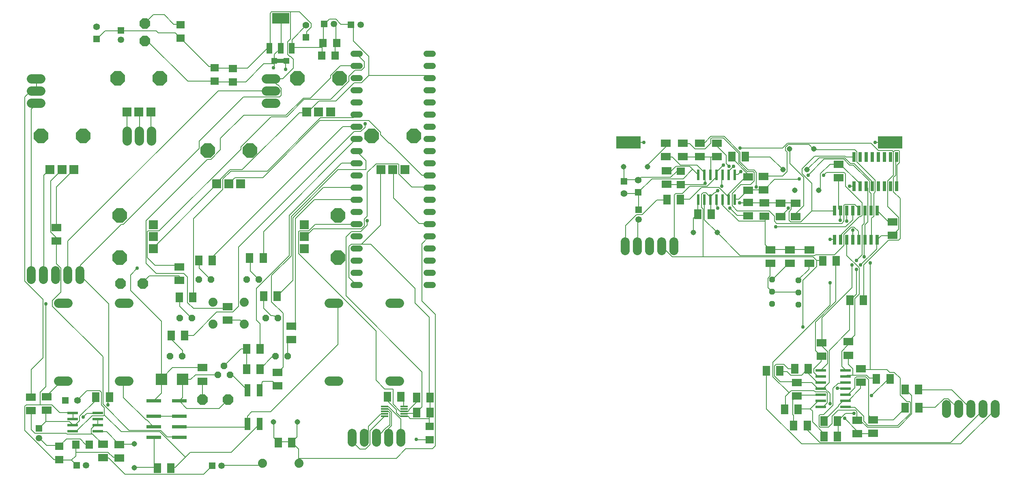
<source format=gtl>
%MOIN*%
%OFA0B0*%
%FSLAX34Y34*%
%IPPOS*%
%LPD*%
%AMOC8*
5,1,8,0,0,$1,22.5*%
%AMOC80*
5,1,8,0,0,$1,22.5*%
%ADD10C,0.045000000000000005*%
%ADD11R,0.053149606299212608X0.053149606299212608*%
%ADD12C,0.053149606299212608*%
%ADD13R,0.070866141732283464X0.062992125984251982*%
%ADD14R,0.026000000000000002X0.08*%
%ADD15R,0.023622047244094488X0.086614173228346469*%
%ADD16R,0.062992125984251982X0.07874015748031496*%
%ADD17R,0.07874015748031496X0.062992125984251982*%
%ADD18P,0.051477440944881894X8X292.5*%
%ADD19R,0.086614173228346469X0.023622047244094488*%
%ADD20C,0.074*%
%ADD21C,0.055433070866141729*%
%ADD22R,0.055433070866141729X0.055433070866141729*%
%ADD23R,0.2X0.1*%
%ADD24C,0.006000000000000001*%
%ADD25C,0.029779527559055118*%
%ADD36P,0.092003149606299212X8X202.5*%
%ADD37R,0.053149606299212608X0.053149606299212608*%
%ADD38C,0.053149606299212608*%
%ADD39R,0.070866141732283464X0.062992125984251982*%
%ADD40R,0.062992125984251982X0.070866141732283464*%
%ADD41R,0.094488188976377951X0.094488188976377951*%
%ADD42C,0.055433070866141729*%
%ADD43R,0.055433070866141729X0.055433070866141729*%
%ADD44C,0.076771653543307089*%
%ADD45R,0.12204724409448819X0.031496062992125991*%
%ADD46R,0.05X0.1*%
%ADD47P,0.092003149606299212X8X22.5*%
%ADD48P,0.056284291338582683X8X22.5*%
%ADD49R,0.07874015748031496X0.062992125984251982*%
%ADD50R,0.062992125984251982X0.07874015748031496*%
%ADD51C,0.051496062992125988*%
%ADD52R,0.074X0.074*%
%ADD53P,0.12784133858267718X8X292.5*%
%ADD54P,0.12784133858267718X8X22.5*%
%ADD55P,0.12784133858267718X8X202.5*%
%ADD56R,0.060000000000000005X0.013000000000000001*%
%ADD57R,0.05X0.05*%
%ADD58C,0.032*%
%ADD59R,0.048000000000000008X0.088*%
%ADD60R,0.14173228346456693X0.086614173228346469*%
%ADD61P,0.056284291338582683X8X202.5*%
%ADD62C,0.074*%
%ADD63C,0.077*%
%ADD64C,0.074*%
%ADD65R,0.086614173228346469X0.023622047244094488*%
%ADD66C,0.045000000000000005*%
%ADD67C,0.006000000000000001*%
%ADD68C,0.029779527559055118*%
G75*
%LPD*%
G01*
D10*
X0065354Y0020472D02*
X0074090Y0038914D03*
X0072121Y0038914D03*
D11*
X0067613Y0040776D03*
D12*
X0067613Y0039989D03*
D10*
X0080476Y0042401D03*
X0082444Y0042401D03*
X0081448Y0044085D03*
X0079480Y0044085D03*
X0080045Y0045782D03*
X0082014Y0045782D03*
D13*
X0071103Y0042839D03*
X0071103Y0043941D03*
D14*
X0087224Y0040726D03*
X0087224Y0038306D03*
X0086724Y0040726D03*
X0086224Y0040726D03*
X0086724Y0038306D03*
X0086224Y0038306D03*
X0085724Y0040726D03*
X0085724Y0038306D03*
X0085224Y0040726D03*
X0085224Y0038306D03*
X0084724Y0040726D03*
X0084224Y0040726D03*
X0084724Y0038306D03*
X0084224Y0038306D03*
X0083724Y0040726D03*
X0083724Y0038306D03*
X0088825Y0045130D03*
X0088825Y0042710D03*
X0088325Y0045130D03*
X0087825Y0045130D03*
X0088325Y0042710D03*
X0087825Y0042710D03*
X0087325Y0045130D03*
X0087325Y0042710D03*
X0086825Y0045130D03*
X0086825Y0042710D03*
X0086325Y0045130D03*
X0085825Y0045130D03*
X0086325Y0042710D03*
X0085825Y0042710D03*
X0085325Y0045130D03*
X0085325Y0042710D03*
D15*
X0075029Y0043666D03*
X0075029Y0041619D03*
X0075529Y0043666D03*
X0074529Y0043666D03*
X0074029Y0043666D03*
X0075529Y0041619D03*
X0074529Y0041619D03*
X0074029Y0041619D03*
X0073029Y0043666D03*
X0073029Y0041619D03*
X0073529Y0043666D03*
X0072529Y0043666D03*
X0073529Y0041619D03*
X0072529Y0041619D03*
D16*
X0084981Y0033344D03*
X0086083Y0033344D03*
D17*
X0071274Y0046246D03*
X0071274Y0045144D03*
X0072669Y0046246D03*
X0072669Y0045144D03*
X0074064Y0046246D03*
X0074064Y0045144D03*
X0088507Y0038700D03*
X0088507Y0039802D03*
X0069919Y0043978D03*
X0069919Y0042876D03*
X0084072Y0044534D03*
X0084072Y0043431D03*
X0079308Y0040214D03*
X0079308Y0041316D03*
X0077899Y0043523D03*
X0077899Y0042421D03*
X0080536Y0040233D03*
X0080536Y0041335D03*
X0076614Y0043500D03*
X0076614Y0042397D03*
D16*
X0069975Y0041621D03*
X0071077Y0041621D03*
D17*
X0077960Y0041362D03*
X0077960Y0040259D03*
X0078472Y0037484D03*
X0078472Y0036381D03*
X0080068Y0037484D03*
X0080068Y0036381D03*
X0081664Y0037484D03*
X0081664Y0036381D03*
D16*
X0073596Y0040417D03*
X0072493Y0040417D03*
X0075298Y0045140D03*
X0076400Y0045140D03*
D18*
X0078604Y0033047D03*
X0078604Y0034047D03*
X0078604Y0035047D03*
X0080764Y0032993D03*
X0080764Y0033993D03*
X0080764Y0034993D03*
D19*
X0082585Y0027090D03*
X0084633Y0027090D03*
X0082585Y0027590D03*
X0082585Y0026590D03*
X0082585Y0026090D03*
X0084633Y0027590D03*
X0084633Y0026590D03*
X0084633Y0026090D03*
X0082585Y0025090D03*
X0084633Y0025090D03*
X0082585Y0025590D03*
X0082585Y0024590D03*
X0084633Y0025590D03*
X0084633Y0024590D03*
D17*
X0082654Y0029854D03*
X0082654Y0028752D03*
D16*
X0083871Y0036587D03*
X0082768Y0036587D03*
X0079637Y0024375D03*
X0080739Y0024375D03*
X0082875Y0022172D03*
X0083978Y0022172D03*
D17*
X0084851Y0029940D03*
X0084851Y0028837D03*
D16*
X0087178Y0026898D03*
X0088280Y0026898D03*
D17*
X0086898Y0023514D03*
X0086898Y0022412D03*
X0085902Y0027714D03*
X0085902Y0026611D03*
X0080613Y0026593D03*
X0080613Y0025491D03*
D16*
X0080447Y0027712D03*
X0081549Y0027712D03*
D17*
X0085579Y0022391D03*
X0085579Y0023493D03*
D16*
X0089545Y0024528D03*
X0090647Y0024528D03*
X0082870Y0023430D03*
X0083972Y0023430D03*
X0081481Y0023072D03*
X0080378Y0023072D03*
X0078120Y0027551D03*
X0079222Y0027551D03*
X0090641Y0026033D03*
X0089539Y0026033D03*
D20*
X0066535Y0037425D02*
X0066535Y0038165D01*
X0067535Y0038165D02*
X0067535Y0037425D01*
X0068535Y0037425D02*
X0068535Y0038165D01*
X0069535Y0038165D02*
X0069535Y0037425D01*
X0070535Y0037425D02*
X0070535Y0038165D01*
D21*
X0067603Y0043230D03*
D22*
X0067603Y0042230D03*
D21*
X0066428Y0042120D03*
D22*
X0066428Y0043120D03*
D10*
X0066403Y0044313D03*
X0068371Y0044313D03*
D17*
X0069878Y0046246D03*
X0069878Y0045144D03*
X0076638Y0040285D03*
X0076638Y0041387D03*
D23*
X0088307Y0046338D03*
X0066811Y0046338D03*
D20*
X0092913Y0024779D02*
X0092913Y0024039D01*
X0093913Y0024039D02*
X0093913Y0024779D01*
X0094913Y0024779D02*
X0094913Y0024039D01*
X0095913Y0024039D02*
X0095913Y0024779D01*
X0096913Y0024779D02*
X0096913Y0024039D01*
D24*
X0073994Y0043452D02*
X0073994Y0043632D01*
X0073994Y0043452D02*
X0073274Y0042732D01*
X0071834Y0042732D01*
X0071234Y0042132D01*
X0070694Y0042132D01*
X0070574Y0042012D01*
X0070574Y0037812D01*
X0073994Y0043632D02*
X0074029Y0043666D01*
X0070574Y0037812D02*
X0070535Y0037795D01*
X0087554Y0038652D02*
X0088454Y0038652D01*
X0087554Y0038652D02*
X0087254Y0038352D01*
X0088454Y0038652D02*
X0088507Y0038700D01*
X0087254Y0038352D02*
X0087224Y0038306D01*
X0088874Y0042732D02*
X0088874Y0044472D01*
X0089054Y0044652D01*
X0089054Y0045612D01*
X0088994Y0045672D01*
X0088694Y0045672D01*
X0088574Y0045552D01*
X0088574Y0043632D01*
X0088094Y0043152D01*
X0088094Y0041052D01*
X0088994Y0040152D01*
X0088994Y0039192D01*
X0088514Y0038712D01*
X0088825Y0042710D02*
X0088874Y0042732D01*
X0088514Y0038712D02*
X0088507Y0038700D01*
X0086894Y0022392D02*
X0085634Y0022392D01*
X0085579Y0022391D01*
X0086894Y0022392D02*
X0086898Y0022412D01*
X0081854Y0026592D02*
X0080654Y0026592D01*
X0081854Y0026592D02*
X0082334Y0026112D01*
X0082574Y0026112D01*
X0080654Y0026592D02*
X0080613Y0026593D01*
X0082574Y0026112D02*
X0082585Y0026090D01*
X0080414Y0027732D02*
X0079934Y0027732D01*
X0079574Y0028092D01*
X0078914Y0028092D01*
X0078794Y0027972D01*
X0078794Y0027132D01*
X0079274Y0026652D01*
X0080594Y0026652D01*
X0080447Y0027712D02*
X0080414Y0027732D01*
X0080594Y0026652D02*
X0080613Y0026593D01*
X0084974Y0030912D02*
X0084974Y0033312D01*
X0084974Y0030912D02*
X0083294Y0029232D01*
X0083294Y0026592D01*
X0082874Y0026172D02*
X0082814Y0026112D01*
X0082874Y0026172D02*
X0083294Y0026592D01*
X0082814Y0026112D02*
X0082634Y0026112D01*
X0084974Y0033312D02*
X0084981Y0033344D01*
X0082634Y0026112D02*
X0082585Y0026090D01*
X0085574Y0022632D02*
X0085574Y0022392D01*
X0085574Y0022632D02*
X0084554Y0023652D01*
X0083354Y0024852D02*
X0083354Y0025692D01*
X0082874Y0026172D01*
X0085574Y0022392D02*
X0085579Y0022391D01*
X0082874Y0026172D02*
X0082585Y0026090D01*
X0087194Y0037572D02*
X0087194Y0038292D01*
X0087194Y0037572D02*
X0085874Y0036252D01*
X0085514Y0035892D02*
X0085514Y0033852D01*
X0085034Y0033372D01*
X0087194Y0038292D02*
X0087224Y0038306D01*
X0085034Y0033372D02*
X0084981Y0033344D01*
X0074054Y0043692D02*
X0074054Y0043932D01*
X0074594Y0044472D01*
X0075974Y0045852D02*
X0079454Y0045852D01*
X0079874Y0046272D01*
X0086714Y0046272D01*
X0087314Y0045672D01*
X0088454Y0045672D01*
X0088574Y0045552D01*
X0074054Y0043692D02*
X0074029Y0043666D01*
D25*
X0084554Y0023652D03*
X0083354Y0024852D03*
X0085874Y0036252D03*
X0085514Y0035892D03*
X0074594Y0044472D03*
X0075974Y0045852D03*
D24*
X0083354Y0038352D02*
X0083714Y0038352D01*
X0083724Y0038306D01*
X0068054Y0046332D02*
X0066854Y0046332D01*
X0066811Y0046338D01*
X0084974Y0042732D02*
X0085274Y0042732D01*
X0085325Y0042710D01*
X0084614Y0026112D02*
X0083954Y0026112D01*
X0084614Y0026112D02*
X0084633Y0026090D01*
X0074054Y0040992D02*
X0074054Y0041592D01*
X0074054Y0040992D02*
X0074114Y0040932D01*
X0074054Y0041592D02*
X0074029Y0041619D01*
X0087074Y0046332D02*
X0088274Y0046332D01*
X0088307Y0046338D01*
D25*
X0083354Y0038352D03*
X0068054Y0046332D03*
X0084974Y0042732D03*
X0083954Y0026112D03*
X0074114Y0040932D03*
X0087074Y0046332D03*
D24*
X0077954Y0041352D02*
X0076694Y0041352D01*
X0077954Y0041352D02*
X0077960Y0041362D01*
X0076694Y0041352D02*
X0076638Y0041387D01*
X0080174Y0041352D02*
X0080534Y0041352D01*
X0080174Y0041352D02*
X0079334Y0041352D01*
X0079308Y0041316D01*
X0080534Y0041352D02*
X0080536Y0041335D01*
X0081854Y0040692D02*
X0083714Y0040692D01*
X0081854Y0040692D02*
X0080954Y0039792D01*
X0080114Y0039792D01*
X0079994Y0039912D01*
X0079994Y0040632D01*
X0080174Y0040812D01*
X0080174Y0041352D01*
X0083714Y0040692D02*
X0083724Y0040726D01*
X0080536Y0041335D02*
X0080174Y0041352D01*
X0084674Y0045132D02*
X0085274Y0045132D01*
X0084674Y0045132D02*
X0084614Y0045192D01*
X0082094Y0045192D01*
X0081074Y0044172D01*
X0081074Y0043752D01*
X0081854Y0042972D01*
X0081854Y0040692D01*
X0085274Y0045132D02*
X0085325Y0045130D01*
X0079274Y0041352D02*
X0078014Y0041352D01*
X0077960Y0041362D01*
X0079274Y0041352D02*
X0079308Y0041316D01*
X0084014Y0023412D02*
X0084014Y0022212D01*
X0083978Y0022172D01*
X0084014Y0023412D02*
X0083972Y0023430D01*
X0088154Y0026892D02*
X0088274Y0026892D01*
X0088154Y0026892D02*
X0086774Y0025512D01*
X0085334Y0024072D02*
X0084614Y0024072D01*
X0084014Y0023472D01*
X0088274Y0026892D02*
X0088280Y0026898D01*
X0084014Y0023472D02*
X0083972Y0023430D01*
X0073574Y0040452D02*
X0073574Y0041592D01*
X0073574Y0040452D02*
X0073596Y0040417D01*
X0073574Y0041592D02*
X0073529Y0041619D01*
X0074474Y0042732D02*
X0074474Y0043632D01*
X0074114Y0042372D02*
X0073934Y0042192D01*
X0073874Y0042192D01*
X0073574Y0041892D01*
X0073574Y0041652D01*
X0074474Y0043632D02*
X0074529Y0043666D01*
X0073574Y0041652D02*
X0073529Y0041619D01*
X0082274Y0036612D02*
X0082754Y0036612D01*
X0082274Y0036612D02*
X0081974Y0036912D01*
X0072914Y0036912D02*
X0070394Y0036912D01*
X0072914Y0036912D02*
X0081974Y0036912D01*
X0070394Y0036912D02*
X0069554Y0037752D01*
X0082754Y0036612D02*
X0082768Y0036587D01*
X0069554Y0037752D02*
X0069535Y0037795D01*
X0073454Y0041892D02*
X0073574Y0041892D01*
X0073454Y0041892D02*
X0073154Y0042192D01*
X0072914Y0042192D01*
X0072794Y0042072D01*
X0072794Y0040992D01*
X0072914Y0040872D01*
X0072914Y0036912D01*
X0073529Y0041619D02*
X0073574Y0041892D01*
X0081134Y0034992D02*
X0081134Y0031152D01*
X0081134Y0034992D02*
X0082274Y0036132D01*
X0082274Y0036612D01*
X0076634Y0041352D02*
X0075914Y0041352D01*
X0076634Y0041352D02*
X0076638Y0041387D01*
D25*
X0086774Y0025512D03*
X0085334Y0024072D03*
X0074474Y0042732D03*
X0074114Y0042372D03*
X0081134Y0031152D03*
X0075914Y0041352D03*
D24*
X0082694Y0029832D02*
X0082694Y0029592D01*
X0083174Y0029112D01*
X0083174Y0028152D01*
X0082634Y0027612D01*
X0082694Y0029832D02*
X0082654Y0029854D01*
X0082634Y0027612D02*
X0082585Y0027590D01*
X0086174Y0039672D02*
X0086174Y0040692D01*
X0086174Y0039672D02*
X0085994Y0039492D01*
X0085994Y0037092D01*
X0085514Y0036612D01*
X0085154Y0036252D02*
X0085154Y0034392D01*
X0082694Y0031932D01*
X0082694Y0029892D01*
X0086174Y0040692D02*
X0086224Y0040726D01*
X0082694Y0029892D02*
X0082654Y0029854D01*
D25*
X0085514Y0036612D03*
X0085154Y0036252D03*
D24*
X0079694Y0025452D02*
X0079694Y0024432D01*
X0079994Y0025752D02*
X0080174Y0025932D01*
X0079994Y0025752D02*
X0079694Y0025452D01*
X0080174Y0025932D02*
X0082034Y0025932D01*
X0082154Y0025812D01*
X0083054Y0025812D01*
X0083114Y0025752D01*
X0083114Y0024912D01*
X0082814Y0024612D01*
X0082634Y0024612D01*
X0079694Y0024432D02*
X0079637Y0024375D01*
X0082585Y0024590D02*
X0082634Y0024612D01*
X0084734Y0039852D02*
X0084734Y0040692D01*
X0083368Y0034791D02*
X0083368Y0032966D01*
X0078674Y0028272D01*
X0078674Y0027072D01*
X0079994Y0025752D01*
X0084734Y0040692D02*
X0084724Y0040726D01*
D25*
X0084734Y0039852D03*
X0083368Y0034791D03*
D24*
X0084794Y0029892D02*
X0084794Y0029652D01*
X0084314Y0029172D01*
X0084314Y0027912D01*
X0084614Y0027612D01*
X0084794Y0029892D02*
X0084851Y0029940D01*
X0084614Y0027612D02*
X0084633Y0027590D01*
X0084734Y0037032D02*
X0084734Y0038292D01*
X0084734Y0037032D02*
X0085754Y0036012D01*
X0085754Y0033852D01*
X0085394Y0033492D01*
X0085394Y0030492D01*
X0084854Y0029952D01*
X0084734Y0038292D02*
X0084724Y0038306D01*
X0084854Y0029952D02*
X0084851Y0029940D01*
X0086234Y0038352D02*
X0086234Y0039552D01*
X0086474Y0039792D01*
X0086474Y0042552D01*
X0086354Y0042672D01*
X0086234Y0038352D02*
X0086224Y0038306D01*
X0086354Y0042672D02*
X0086325Y0042710D01*
X0086654Y0027672D02*
X0088034Y0027672D01*
X0086654Y0027672D02*
X0085934Y0027672D01*
X0088034Y0027672D02*
X0088274Y0027432D01*
X0088634Y0027432D01*
X0089114Y0026952D01*
X0089114Y0025572D01*
X0089654Y0025032D01*
X0089894Y0025032D01*
X0089954Y0024972D01*
X0089954Y0024072D01*
X0088934Y0023052D01*
X0086474Y0023052D01*
X0086114Y0023412D01*
X0086114Y0023832D01*
X0085394Y0024552D01*
X0084674Y0024552D01*
X0085934Y0027672D02*
X0085902Y0027714D01*
X0084633Y0024590D02*
X0084674Y0024552D01*
X0086174Y0036912D02*
X0086174Y0038292D01*
X0086654Y0036432D02*
X0086654Y0027672D01*
X0086174Y0038292D02*
X0086224Y0038306D01*
D25*
X0086174Y0036912D03*
X0086654Y0036432D03*
D24*
X0088094Y0039852D02*
X0088454Y0039852D01*
X0088094Y0039852D02*
X0087254Y0040692D01*
X0088454Y0039852D02*
X0088507Y0039802D01*
X0087254Y0040692D02*
X0087224Y0040726D01*
X0086114Y0036252D02*
X0086114Y0033372D01*
X0086114Y0036252D02*
X0088154Y0038292D01*
X0088994Y0038292D01*
X0089114Y0038412D01*
X0089114Y0041712D01*
X0088574Y0042252D01*
X0088574Y0043452D01*
X0088754Y0043632D01*
X0088754Y0045012D01*
X0088814Y0045072D01*
X0086114Y0033372D02*
X0086083Y0033344D01*
X0088814Y0045072D02*
X0088825Y0045130D01*
X0071834Y0046212D02*
X0071294Y0046212D01*
X0071834Y0046212D02*
X0072254Y0045792D01*
X0073094Y0045792D01*
X0073574Y0046272D01*
X0073574Y0046632D01*
X0073634Y0046692D01*
X0074594Y0046692D01*
X0075854Y0045432D01*
X0075854Y0044652D01*
X0076574Y0043932D01*
X0077054Y0043932D01*
X0077114Y0043872D01*
X0077114Y0043152D01*
X0076814Y0042852D01*
X0076034Y0042852D01*
X0075314Y0042132D01*
X0075314Y0041112D01*
X0075734Y0040692D01*
X0078374Y0040692D01*
X0078794Y0040272D01*
X0078794Y0039852D01*
X0078974Y0039672D01*
X0084314Y0039672D01*
X0084494Y0039852D01*
X0084494Y0041172D01*
X0084554Y0041232D01*
X0085394Y0041232D01*
X0085694Y0040932D01*
X0085694Y0040752D01*
X0071294Y0046212D02*
X0071274Y0046246D01*
X0085694Y0040752D02*
X0085724Y0040726D01*
X0073034Y0046272D02*
X0072674Y0046272D01*
X0073034Y0046272D02*
X0073574Y0046812D01*
X0074654Y0046812D01*
X0075974Y0045492D01*
X0075974Y0044712D01*
X0076634Y0044052D01*
X0077114Y0044052D01*
X0077294Y0043872D01*
X0077294Y0042672D01*
X0078880Y0039384D02*
X0084626Y0039384D01*
X0085214Y0039972D01*
X0085214Y0040692D01*
X0072669Y0046246D02*
X0072674Y0046272D01*
X0085224Y0040726D02*
X0085214Y0040692D01*
D25*
X0077294Y0042672D03*
X0078880Y0039384D03*
D24*
X0074114Y0045972D02*
X0074114Y0046212D01*
X0074114Y0045972D02*
X0074834Y0045252D01*
X0074834Y0044592D01*
X0075074Y0044352D01*
X0085214Y0039132D02*
X0085214Y0038352D01*
X0074114Y0046212D02*
X0074064Y0046246D01*
X0085214Y0038352D02*
X0085224Y0038306D01*
D25*
X0075074Y0044352D03*
X0085214Y0039132D03*
D24*
X0072614Y0045132D02*
X0071294Y0045132D01*
X0071274Y0045144D01*
X0072614Y0045132D02*
X0072669Y0045144D01*
X0072674Y0045132D02*
X0073574Y0045132D01*
X0074054Y0045132D01*
X0074064Y0045144D01*
X0072674Y0045132D02*
X0072669Y0045144D01*
X0073574Y0045132D02*
X0073574Y0043692D01*
X0073529Y0043666D01*
X0071054Y0042852D02*
X0069974Y0042852D01*
X0071054Y0042852D02*
X0071103Y0042839D01*
X0069974Y0042852D02*
X0069919Y0042876D01*
X0069914Y0045132D02*
X0070394Y0045132D01*
X0071054Y0044472D01*
X0072434Y0044472D01*
X0072974Y0043932D01*
X0072974Y0043692D01*
X0069914Y0045132D02*
X0069878Y0045144D01*
X0072974Y0043692D02*
X0073029Y0043666D01*
X0075734Y0040332D02*
X0076634Y0040332D01*
X0075734Y0040332D02*
X0075134Y0040932D01*
X0073094Y0042972D02*
X0073094Y0043572D01*
X0073034Y0043632D01*
X0076634Y0040332D02*
X0076638Y0040285D01*
X0073034Y0043632D02*
X0073029Y0043666D01*
X0072974Y0042852D02*
X0071114Y0042852D01*
X0072974Y0042852D02*
X0073094Y0042972D01*
X0071114Y0042852D02*
X0071103Y0042839D01*
D25*
X0075134Y0040932D03*
X0073094Y0042972D03*
D24*
X0070334Y0043992D02*
X0069974Y0043992D01*
X0070334Y0043992D02*
X0070694Y0044352D01*
X0071834Y0044352D01*
X0072074Y0044112D02*
X0072494Y0043692D01*
X0072074Y0044112D02*
X0071834Y0044352D01*
X0069974Y0043992D02*
X0069919Y0043978D01*
X0072494Y0043692D02*
X0072529Y0043666D01*
X0067634Y0042192D02*
X0067634Y0042132D01*
X0067634Y0040812D01*
X0067613Y0040776D01*
X0067634Y0042192D02*
X0067603Y0042230D01*
X0067634Y0042132D02*
X0066434Y0042132D01*
X0066428Y0042120D01*
X0067603Y0042230D02*
X0067634Y0042132D01*
X0071294Y0043332D02*
X0072074Y0044112D01*
X0071294Y0043332D02*
X0068714Y0043332D01*
X0067634Y0042252D01*
X0067603Y0042230D01*
X0085694Y0039012D02*
X0085694Y0038352D01*
X0085694Y0039012D02*
X0085334Y0039372D01*
X0085094Y0039372D01*
X0084494Y0038772D01*
X0084494Y0037872D01*
X0083714Y0037092D01*
X0082154Y0037092D01*
X0082094Y0037032D01*
X0075974Y0037032D01*
X0074114Y0038892D01*
X0085694Y0038352D02*
X0085724Y0038306D01*
X0074114Y0038892D02*
X0074090Y0038914D01*
X0073034Y0039972D02*
X0073034Y0041592D01*
X0073034Y0039972D02*
X0074054Y0038952D01*
X0073034Y0041592D02*
X0073029Y0041619D01*
X0074054Y0038952D02*
X0074090Y0038914D01*
X0072494Y0040452D02*
X0072494Y0041592D01*
X0072494Y0040452D02*
X0072493Y0040417D01*
X0072494Y0041592D02*
X0072529Y0041619D01*
X0072134Y0040092D02*
X0072134Y0038952D01*
X0072134Y0040092D02*
X0072434Y0040392D01*
X0072134Y0038952D02*
X0072121Y0038914D01*
X0072434Y0040392D02*
X0072493Y0040417D01*
X0084074Y0040872D02*
X0084074Y0043392D01*
X0084074Y0040872D02*
X0084194Y0040752D01*
X0084074Y0043392D02*
X0084072Y0043431D01*
X0084194Y0040752D02*
X0084224Y0040726D01*
X0078434Y0036372D02*
X0078434Y0035352D01*
X0078254Y0035172D01*
X0078254Y0034392D01*
X0078554Y0034092D01*
X0078434Y0036372D02*
X0078472Y0036381D01*
X0078554Y0034092D02*
X0078604Y0034047D01*
X0078614Y0034032D02*
X0080714Y0034032D01*
X0080764Y0033993D01*
X0078614Y0034032D02*
X0078604Y0034047D01*
X0084194Y0039912D02*
X0084194Y0040692D01*
X0084224Y0040726D01*
D25*
X0084194Y0039912D03*
D24*
X0084194Y0044532D02*
X0084074Y0044532D01*
X0084194Y0044532D02*
X0085814Y0042912D01*
X0085814Y0042732D01*
X0084074Y0044532D02*
X0084072Y0044534D01*
X0085814Y0042732D02*
X0085825Y0042710D01*
X0082574Y0042510D02*
X0082574Y0043752D01*
X0083354Y0044532D01*
X0084014Y0044532D01*
X0082574Y0042510D02*
X0082444Y0042401D01*
X0084014Y0044532D02*
X0084072Y0044534D01*
X0079934Y0040872D02*
X0079334Y0040272D01*
X0079934Y0040872D02*
X0079934Y0040932D01*
X0079334Y0040272D02*
X0079308Y0040214D01*
D25*
X0079934Y0040932D03*
D24*
X0086774Y0042732D02*
X0086774Y0043152D01*
X0085334Y0044592D01*
X0085034Y0044592D01*
X0084554Y0045072D01*
X0082454Y0045072D01*
X0081494Y0044112D01*
X0086774Y0042732D02*
X0086825Y0042710D01*
X0081494Y0044112D02*
X0081448Y0044085D01*
X0075074Y0043992D02*
X0075074Y0043692D01*
X0075074Y0043992D02*
X0075434Y0044352D01*
X0075074Y0043692D02*
X0075029Y0043666D01*
D25*
X0075434Y0044352D03*
D24*
X0077954Y0043572D02*
X0079454Y0043572D01*
X0079814Y0043932D01*
X0079814Y0045552D01*
X0079694Y0045672D01*
X0079694Y0045912D01*
X0079934Y0046152D01*
X0081614Y0046152D01*
X0081974Y0045792D01*
X0077954Y0043572D02*
X0077899Y0043523D01*
X0081974Y0045792D02*
X0082014Y0045782D01*
X0086774Y0040092D02*
X0086774Y0038352D01*
X0086774Y0040092D02*
X0086954Y0040272D01*
X0086954Y0042132D01*
X0087074Y0042252D01*
X0087074Y0043212D01*
X0085574Y0044712D01*
X0085574Y0045552D01*
X0085394Y0045732D01*
X0082034Y0045732D01*
X0086774Y0038352D02*
X0086724Y0038306D01*
X0082034Y0045732D02*
X0082014Y0045782D01*
X0080594Y0040512D02*
X0080594Y0040272D01*
X0080594Y0040512D02*
X0081194Y0041112D01*
X0081194Y0043452D01*
X0080054Y0044592D01*
X0080054Y0045732D01*
X0080594Y0040272D02*
X0080536Y0040233D01*
X0080054Y0045732D02*
X0080045Y0045782D01*
X0077894Y0042432D02*
X0076634Y0042432D01*
X0076614Y0042397D01*
X0077894Y0042432D02*
X0077899Y0042421D01*
X0086714Y0042132D02*
X0086714Y0040752D01*
X0086714Y0042132D02*
X0086594Y0042252D01*
X0086594Y0043152D01*
X0085274Y0044472D01*
X0084974Y0044472D01*
X0084494Y0044952D01*
X0082874Y0044952D01*
X0081554Y0043632D01*
X0080835Y0043319D02*
X0080799Y0043284D01*
X0078806Y0043284D01*
X0077954Y0042432D01*
X0086714Y0040752D02*
X0086724Y0040726D01*
X0077954Y0042432D02*
X0077899Y0042421D01*
X0075854Y0041652D02*
X0075554Y0041652D01*
X0075854Y0041652D02*
X0076574Y0042372D01*
X0075554Y0041652D02*
X0075529Y0041619D01*
X0076574Y0042372D02*
X0076614Y0042397D01*
D25*
X0081554Y0043632D03*
X0080835Y0043319D03*
D24*
X0080054Y0037512D02*
X0078494Y0037512D01*
X0078472Y0037484D01*
X0080054Y0037512D02*
X0080068Y0037484D01*
X0078014Y0037932D02*
X0078014Y0039852D01*
X0078014Y0040212D01*
X0078014Y0037932D02*
X0078434Y0037512D01*
X0078014Y0040212D02*
X0077960Y0040259D01*
X0078434Y0037512D02*
X0078472Y0037484D01*
X0080114Y0037512D02*
X0081614Y0037512D01*
X0081664Y0037484D01*
X0080114Y0037512D02*
X0080068Y0037484D01*
X0074534Y0041172D02*
X0074534Y0041592D01*
X0074534Y0041172D02*
X0075854Y0039852D01*
X0078014Y0039852D01*
X0074534Y0041592D02*
X0074529Y0041619D01*
X0076454Y0045132D02*
X0078434Y0045132D01*
X0079454Y0044112D01*
X0076454Y0045132D02*
X0076400Y0045140D01*
X0079454Y0044112D02*
X0079480Y0044085D01*
X0084254Y0038712D02*
X0084254Y0038352D01*
X0084254Y0038712D02*
X0085754Y0040212D01*
X0085874Y0040212D01*
X0085994Y0040332D01*
X0085994Y0041352D01*
X0084614Y0042732D01*
X0084614Y0043752D01*
X0084494Y0043872D01*
X0083054Y0043872D01*
X0082814Y0043632D01*
X0084254Y0038352D02*
X0084224Y0038306D01*
X0075794Y0043692D02*
X0075554Y0043692D01*
X0075794Y0043692D02*
X0076034Y0043932D01*
X0075554Y0043692D02*
X0075529Y0043666D01*
D25*
X0082814Y0043632D03*
X0076034Y0043932D03*
D24*
X0079934Y0036372D02*
X0080054Y0036372D01*
X0079934Y0036372D02*
X0078614Y0035052D01*
X0080054Y0036372D02*
X0080068Y0036381D01*
X0078614Y0035052D02*
X0078604Y0035047D01*
X0081614Y0035892D02*
X0081614Y0036372D01*
X0081614Y0035892D02*
X0080774Y0035052D01*
X0081614Y0036372D02*
X0081664Y0036381D01*
X0080774Y0035052D02*
X0080764Y0034993D01*
X0075314Y0045012D02*
X0075314Y0045132D01*
X0075314Y0045012D02*
X0076574Y0043752D01*
X0076574Y0043512D01*
X0075314Y0045132D02*
X0075298Y0045140D01*
X0076574Y0043512D02*
X0076614Y0043500D01*
X0071834Y0041652D02*
X0071114Y0041652D01*
X0071834Y0041652D02*
X0072794Y0042612D01*
X0074234Y0042612D01*
X0074894Y0041952D02*
X0075014Y0041832D01*
X0074894Y0041952D02*
X0074234Y0042612D01*
X0075014Y0041832D02*
X0075014Y0041652D01*
X0071114Y0041652D02*
X0071077Y0041621D01*
X0075014Y0041652D02*
X0075029Y0041619D01*
X0076394Y0043452D02*
X0076574Y0043452D01*
X0076394Y0043452D02*
X0074894Y0041952D01*
X0076574Y0043452D02*
X0076614Y0043500D01*
X0067574Y0039972D02*
X0067574Y0037812D01*
X0067574Y0039972D02*
X0067613Y0039989D01*
X0067574Y0037812D02*
X0067535Y0037795D01*
X0069134Y0041592D02*
X0069974Y0041592D01*
X0069134Y0041592D02*
X0067934Y0040392D01*
X0067454Y0040392D01*
X0066554Y0039492D01*
X0066554Y0037812D01*
X0069974Y0041592D02*
X0069975Y0041621D01*
X0066554Y0037812D02*
X0066535Y0037795D01*
X0078134Y0027492D02*
X0078134Y0024432D01*
X0081014Y0021552D01*
X0094094Y0021552D01*
X0096914Y0024372D01*
X0078134Y0027492D02*
X0078120Y0027551D01*
X0096913Y0024409D02*
X0096914Y0024372D01*
X0081494Y0023052D02*
X0081494Y0022692D01*
X0082514Y0021672D01*
X0093254Y0021672D01*
X0095954Y0024372D01*
X0081494Y0023052D02*
X0081481Y0023072D01*
X0095913Y0024409D02*
X0095954Y0024372D01*
X0093374Y0025992D02*
X0090674Y0025992D01*
X0093374Y0025992D02*
X0094934Y0024432D01*
X0090674Y0025992D02*
X0090641Y0026033D01*
X0094913Y0024409D02*
X0094934Y0024432D01*
X0091994Y0024552D02*
X0090674Y0024552D01*
X0091994Y0024552D02*
X0092714Y0025272D01*
X0093074Y0025272D01*
X0093914Y0024432D01*
X0090674Y0024552D02*
X0090647Y0024528D01*
X0093913Y0024409D02*
X0093914Y0024432D01*
X0082634Y0028332D02*
X0082634Y0028692D01*
X0082634Y0028332D02*
X0082034Y0027732D01*
X0082034Y0027432D01*
X0082334Y0027132D01*
X0082574Y0027132D01*
X0082634Y0028692D02*
X0082654Y0028752D01*
X0082574Y0027132D02*
X0082585Y0027090D01*
X0083834Y0033252D02*
X0083834Y0036552D01*
X0083834Y0033252D02*
X0082154Y0031572D01*
X0082154Y0029232D01*
X0082634Y0028752D01*
X0083834Y0036552D02*
X0083871Y0036587D01*
X0082654Y0028752D02*
X0082634Y0028752D01*
X0081734Y0024432D02*
X0080774Y0024432D01*
X0081734Y0024432D02*
X0082334Y0025032D01*
X0082574Y0025032D01*
X0080774Y0024432D02*
X0080739Y0024375D01*
X0082574Y0025032D02*
X0082585Y0025090D01*
X0082874Y0022392D02*
X0082874Y0022212D01*
X0082874Y0022392D02*
X0081914Y0023352D01*
X0081914Y0024252D01*
X0081734Y0024432D01*
X0082874Y0022212D02*
X0082875Y0022172D01*
X0086594Y0026952D02*
X0087134Y0026952D01*
X0086594Y0026952D02*
X0086354Y0027192D01*
X0085214Y0027192D02*
X0084734Y0027192D01*
X0085214Y0027192D02*
X0086354Y0027192D01*
X0084734Y0027192D02*
X0084674Y0027132D01*
X0087134Y0026952D02*
X0087178Y0026898D01*
X0084674Y0027132D02*
X0084633Y0027090D01*
X0084854Y0028092D02*
X0084854Y0028812D01*
X0084854Y0028092D02*
X0085214Y0027732D01*
X0085214Y0027192D01*
X0084854Y0028812D02*
X0084851Y0028837D01*
X0079814Y0027492D02*
X0079274Y0027492D01*
X0079814Y0027492D02*
X0080114Y0027192D01*
X0081014Y0027192D01*
X0081374Y0027552D02*
X0081494Y0027672D01*
X0081374Y0027552D02*
X0081014Y0027192D01*
X0079274Y0027492D02*
X0079222Y0027551D01*
X0081494Y0027672D02*
X0081549Y0027712D01*
X0082334Y0026592D02*
X0082574Y0026592D01*
X0082334Y0026592D02*
X0081374Y0027552D01*
X0082574Y0026592D02*
X0082585Y0026590D01*
X0081549Y0027712D02*
X0081374Y0027552D01*
X0080354Y0023892D02*
X0080354Y0023112D01*
X0080354Y0023892D02*
X0080294Y0023952D01*
X0080294Y0025152D01*
X0080594Y0025452D01*
X0080354Y0023112D02*
X0080378Y0023072D01*
X0080594Y0025452D02*
X0080613Y0025491D01*
X0080714Y0025572D02*
X0082574Y0025572D01*
X0080714Y0025572D02*
X0080654Y0025512D01*
X0082574Y0025572D02*
X0082585Y0025590D01*
X0080654Y0025512D02*
X0080613Y0025491D01*
X0085634Y0023472D02*
X0085874Y0023472D01*
X0086414Y0022932D01*
X0088994Y0022932D01*
X0090074Y0024012D01*
X0090074Y0025512D01*
X0089594Y0025992D01*
X0085634Y0023472D02*
X0085579Y0023493D01*
X0089539Y0026033D02*
X0089594Y0025992D01*
X0084614Y0026532D02*
X0084014Y0026532D01*
X0083594Y0026112D01*
X0083594Y0024732D01*
X0082814Y0023952D01*
X0082514Y0023952D01*
X0082454Y0023892D01*
X0082454Y0022992D01*
X0082514Y0022932D01*
X0083234Y0022932D01*
X0083534Y0023232D01*
X0083534Y0023832D01*
X0084014Y0024312D01*
X0085454Y0024312D01*
X0085574Y0024192D01*
X0085574Y0023532D01*
X0084614Y0026532D02*
X0084633Y0026590D01*
X0085574Y0023532D02*
X0085579Y0023493D01*
X0086954Y0023532D02*
X0088574Y0023532D01*
X0089534Y0024492D01*
X0086954Y0023532D02*
X0086898Y0023514D01*
X0089534Y0024492D02*
X0089545Y0024528D01*
X0084854Y0025632D02*
X0084674Y0025632D01*
X0084854Y0025632D02*
X0085394Y0026172D01*
X0085394Y0026952D01*
X0085514Y0027072D01*
X0086294Y0027072D01*
X0086534Y0026832D01*
X0086534Y0023892D01*
X0086894Y0023532D01*
X0084674Y0025632D02*
X0084633Y0025590D01*
X0086894Y0023532D02*
X0086898Y0023514D01*
X0084074Y0024672D02*
X0082874Y0023472D01*
X0084074Y0024672D02*
X0084074Y0024732D01*
X0084374Y0025032D01*
X0084614Y0025032D01*
X0082874Y0023472D02*
X0082870Y0023430D01*
X0084614Y0025032D02*
X0084633Y0025090D01*
X0085874Y0026112D02*
X0085874Y0026592D01*
X0085874Y0026112D02*
X0084854Y0025092D01*
X0084674Y0025092D01*
X0085874Y0026592D02*
X0085902Y0026611D01*
X0084674Y0025092D02*
X0084633Y0025090D01*
X0069854Y0045972D02*
X0069854Y0046212D01*
X0069854Y0045972D02*
X0068414Y0044532D01*
X0068414Y0044352D01*
X0069854Y0046212D02*
X0069878Y0046246D01*
X0068414Y0044352D02*
X0068371Y0044313D01*
X0066434Y0043272D02*
X0066434Y0043152D01*
X0066434Y0043272D02*
X0066434Y0044292D01*
X0066403Y0044313D01*
X0066434Y0043152D02*
X0066428Y0043120D01*
X0070754Y0043932D02*
X0071054Y0043932D01*
X0070754Y0043932D02*
X0070274Y0043452D01*
X0067814Y0043452D01*
X0067634Y0043272D01*
X0071054Y0043932D02*
X0071103Y0043941D01*
X0067634Y0043272D02*
X0067603Y0043230D01*
X0067574Y0043272D02*
X0066434Y0043272D01*
X0066428Y0043120D01*
X0067574Y0043272D02*
X0067603Y0043230D01*
G04 next file*
%LPD*%
G04 EAGLE Gerber RS-274X export*
G75*
G01*
D36*
X0016535Y0018110D02*
X0027073Y0056090D03*
X0027073Y0054664D03*
D37*
X0044006Y0055997D03*
D38*
X0044794Y0055997D03*
D39*
X0032779Y0052442D03*
X0032779Y0051340D03*
X0034280Y0052385D03*
X0034280Y0051283D03*
D40*
X0041586Y0053446D03*
X0042688Y0053446D03*
X0041709Y0054478D03*
X0042812Y0054478D03*
D37*
X0041796Y0056066D03*
D38*
X0042584Y0056066D03*
D37*
X0025084Y0055533D03*
D38*
X0025084Y0054746D03*
D39*
X0050457Y0021896D03*
X0050457Y0022999D03*
D41*
X0028427Y0026845D03*
X0030160Y0026845D03*
D42*
X0040297Y0055940D03*
D43*
X0040297Y0054940D03*
D42*
X0023098Y0055807D03*
D43*
X0023098Y0054807D03*
D44*
X0020718Y0026726D02*
X0019950Y0026726D01*
X0019950Y0033116D02*
X0020718Y0033116D01*
X0024950Y0026726D02*
X0025718Y0026726D01*
X0025718Y0033116D02*
X0024950Y0033116D01*
D45*
X0027792Y0025073D03*
X0027792Y0023813D03*
X0027792Y0022947D03*
X0027792Y0022081D03*
X0029879Y0025073D03*
X0029879Y0023813D03*
X0029879Y0022947D03*
X0029879Y0022081D03*
D46*
X0036492Y0025960D03*
X0035492Y0025960D03*
X0035492Y0023204D03*
X0036492Y0023204D03*
D36*
X0025069Y0034717D03*
D47*
X0026898Y0034712D03*
D44*
X0047194Y0033116D02*
X0047962Y0033116D01*
X0047962Y0026726D02*
X0047194Y0026726D01*
X0042962Y0033116D02*
X0042194Y0033116D01*
X0042194Y0026726D02*
X0042962Y0026726D01*
D48*
X0034073Y0027206D03*
X0033573Y0027956D03*
X0033073Y0027206D03*
D49*
X0033871Y0031732D03*
X0033871Y0032835D03*
X0039092Y0031234D03*
X0039092Y0030132D03*
D50*
X0037916Y0033675D03*
X0036813Y0033675D03*
X0036780Y0036806D03*
X0035678Y0036806D03*
X0032600Y0036623D03*
X0031497Y0036623D03*
D49*
X0031805Y0026704D03*
X0031805Y0027806D03*
D50*
X0036519Y0027702D03*
X0035417Y0027702D03*
X0035417Y0029340D03*
X0036520Y0029340D03*
D49*
X0037976Y0026310D03*
X0037976Y0027412D03*
X0029890Y0035001D03*
X0029890Y0036103D03*
X0019801Y0038219D03*
X0019801Y0039321D03*
D50*
X0050499Y0025368D03*
X0049397Y0025368D03*
X0050492Y0024137D03*
X0049390Y0024137D03*
X0046997Y0025434D03*
X0048099Y0025434D03*
D39*
X0029979Y0055988D03*
X0029979Y0054885D03*
D51*
X0044183Y0053610D02*
X0044698Y0053610D01*
X0044698Y0052610D02*
X0044183Y0052610D01*
X0044183Y0051610D02*
X0044698Y0051610D01*
X0044698Y0050610D02*
X0044183Y0050610D01*
X0044183Y0049610D02*
X0044698Y0049610D01*
X0044698Y0048610D02*
X0044183Y0048610D01*
X0044183Y0047610D02*
X0044698Y0047610D01*
X0044698Y0046610D02*
X0044183Y0046610D01*
X0044183Y0045610D02*
X0044698Y0045610D01*
X0044698Y0044610D02*
X0044183Y0044610D01*
X0044183Y0043610D02*
X0044698Y0043610D01*
X0044698Y0042610D02*
X0044183Y0042610D01*
X0044183Y0041610D02*
X0044698Y0041610D01*
X0044698Y0040610D02*
X0044183Y0040610D01*
X0044183Y0039610D02*
X0044698Y0039610D01*
X0044698Y0038610D02*
X0044183Y0038610D01*
X0044183Y0037610D02*
X0044698Y0037610D01*
X0044698Y0036610D02*
X0044183Y0036610D01*
X0044183Y0035610D02*
X0044698Y0035610D01*
X0044698Y0034610D02*
X0044183Y0034610D01*
X0050183Y0053610D02*
X0050698Y0053610D01*
X0050698Y0052610D02*
X0050183Y0052610D01*
X0050183Y0051610D02*
X0050698Y0051610D01*
X0050698Y0050610D02*
X0050183Y0050610D01*
X0050183Y0049610D02*
X0050698Y0049610D01*
X0050698Y0048610D02*
X0050183Y0048610D01*
X0050183Y0047610D02*
X0050698Y0047610D01*
X0050698Y0046610D02*
X0050183Y0046610D01*
X0050183Y0045610D02*
X0050698Y0045610D01*
X0050698Y0044610D02*
X0050183Y0044610D01*
X0050183Y0043610D02*
X0050698Y0043610D01*
X0050698Y0042610D02*
X0050183Y0042610D01*
X0050183Y0041610D02*
X0050698Y0041610D01*
X0050698Y0040610D02*
X0050183Y0040610D01*
X0050183Y0039610D02*
X0050698Y0039610D01*
X0050698Y0038610D02*
X0050183Y0038610D01*
X0050183Y0037610D02*
X0050698Y0037610D01*
X0050698Y0036610D02*
X0050183Y0036610D01*
X0050183Y0035610D02*
X0050698Y0035610D01*
X0050698Y0034610D02*
X0050183Y0034610D01*
D52*
X0046456Y0044094D03*
X0047440Y0044094D03*
X0048425Y0044094D03*
D53*
X0045708Y0046850D03*
X0049173Y0046850D03*
D52*
X0027755Y0037598D03*
X0027755Y0038582D03*
X0027755Y0039566D03*
D54*
X0025000Y0036850D03*
X0025000Y0040314D03*
D52*
X0040354Y0048818D03*
X0041338Y0048818D03*
X0042322Y0048818D03*
D53*
X0039606Y0051574D03*
X0043070Y0051574D03*
D52*
X0040157Y0039566D03*
X0040157Y0038582D03*
X0040157Y0037598D03*
D55*
X0042913Y0040314D03*
X0042913Y0036850D03*
D52*
X0032972Y0042913D03*
X0033956Y0042913D03*
X0034940Y0042913D03*
D53*
X0032224Y0045669D03*
X0035688Y0045669D03*
D56*
X0048363Y0023827D03*
X0048363Y0024017D03*
X0048363Y0024217D03*
X0048363Y0024417D03*
X0048363Y0024607D03*
X0046763Y0024607D03*
X0046763Y0024417D03*
X0046763Y0024217D03*
X0046763Y0024017D03*
X0046763Y0023827D03*
D52*
X0019275Y0044094D03*
X0020259Y0044094D03*
X0021243Y0044094D03*
D53*
X0018527Y0046850D03*
X0021991Y0046850D03*
D57*
X0037704Y0053035D03*
X0038704Y0053035D03*
D58*
X0037704Y0053035D01*
D59*
X0037307Y0054067D03*
X0038217Y0054067D03*
X0039127Y0054067D03*
D60*
X0038217Y0056507D03*
D61*
X0032488Y0035039D03*
X0031488Y0035039D03*
X0036425Y0035039D03*
X0035425Y0035039D03*
X0038000Y0031889D03*
X0036999Y0031889D03*
X0038787Y0028740D03*
X0037787Y0028740D03*
D50*
X0031002Y0033601D03*
X0029900Y0033601D03*
X0030345Y0030441D03*
X0029243Y0030441D03*
D61*
X0030913Y0031889D03*
X0029913Y0031889D03*
X0030125Y0028740D03*
X0029125Y0028740D03*
D62*
X0017716Y0035063D02*
X0017716Y0035803D01*
X0018716Y0035803D02*
X0018716Y0035063D01*
X0019716Y0035063D02*
X0019716Y0035803D01*
X0020716Y0035803D02*
X0020716Y0035063D01*
X0021716Y0035063D02*
X0021716Y0035803D01*
D63*
X0018499Y0049568D02*
X0017729Y0049568D01*
X0017729Y0050568D02*
X0018499Y0050568D01*
X0018499Y0051568D02*
X0017729Y0051568D01*
X0037020Y0049568D02*
X0037790Y0049568D01*
X0037790Y0050568D02*
X0037020Y0050568D01*
X0037020Y0051568D02*
X0037790Y0051568D01*
X0027594Y0047239D02*
X0027594Y0046469D01*
X0026594Y0046469D02*
X0026594Y0047239D01*
X0025594Y0047239D02*
X0025594Y0046469D01*
D52*
X0025590Y0048818D03*
X0026574Y0048818D03*
X0027559Y0048818D03*
D53*
X0024842Y0051574D03*
X0028307Y0051574D03*
D64*
X0035236Y0033173D03*
X0032676Y0033173D03*
X0035236Y0031393D03*
X0032676Y0031393D03*
D50*
X0024147Y0025382D03*
X0023044Y0025382D03*
D49*
X0018980Y0025432D03*
X0018980Y0024329D03*
D37*
X0018368Y0022806D03*
D38*
X0018368Y0022018D03*
D42*
X0021516Y0025135D03*
D43*
X0020516Y0025135D03*
D37*
X0021457Y0019775D03*
D38*
X0022244Y0019775D03*
D39*
X0020030Y0020265D03*
X0020030Y0021368D03*
D40*
X0021401Y0021483D03*
X0022503Y0021483D03*
D65*
X0021137Y0023605D03*
X0023185Y0023605D03*
X0021137Y0024105D03*
X0021137Y0023105D03*
X0021137Y0022605D03*
X0023185Y0024105D03*
X0023185Y0023105D03*
X0023185Y0022605D03*
D66*
X0026210Y0019596D03*
X0026210Y0021565D03*
D49*
X0024958Y0021503D03*
X0024958Y0020401D03*
D50*
X0028094Y0019564D03*
X0029197Y0019564D03*
D37*
X0032585Y0019740D03*
D38*
X0033373Y0019740D03*
D64*
X0036730Y0019961D03*
X0039730Y0019961D03*
D50*
X0039138Y0021665D03*
X0038036Y0021665D03*
D66*
X0037625Y0023352D03*
X0039594Y0023352D03*
D49*
X0023645Y0020409D03*
X0023645Y0021512D03*
X0017679Y0025397D03*
X0017679Y0024294D03*
D62*
X0044094Y0022417D02*
X0044094Y0021677D01*
X0045094Y0021677D02*
X0045094Y0022417D01*
X0046094Y0022417D02*
X0046094Y0021677D01*
X0047094Y0021677D02*
X0047094Y0022417D01*
X0048094Y0022417D02*
X0048094Y0021677D01*
D47*
X0031783Y0025195D03*
X0033891Y0025195D03*
D67*
X0023135Y0024050D02*
X0022295Y0024050D01*
X0021995Y0023750D01*
X0023135Y0024050D02*
X0023185Y0024105D01*
X0024095Y0025430D02*
X0024095Y0033050D01*
X0021755Y0035390D01*
X0024095Y0025430D02*
X0024147Y0025382D01*
X0021755Y0035390D02*
X0021716Y0035433D01*
X0024035Y0025310D02*
X0024035Y0024770D01*
X0024035Y0025310D02*
X0024095Y0025370D01*
X0024147Y0025382D01*
X0032795Y0052430D02*
X0034235Y0052430D01*
X0034280Y0052385D01*
X0032795Y0052430D02*
X0032779Y0052442D01*
X0032735Y0052490D02*
X0032675Y0052550D01*
X0032735Y0052490D02*
X0032779Y0052442D01*
X0034280Y0052385D02*
X0034295Y0052370D01*
X0025115Y0039590D02*
X0021755Y0036230D01*
X0025115Y0039590D02*
X0025295Y0039590D01*
X0031535Y0045830D01*
X0031535Y0046430D01*
D68*
X0021995Y0023750D03*
X0024035Y0024770D03*
D67*
X0038140Y0050059D02*
X0038265Y0050184D01*
X0021755Y0035471D02*
X0021716Y0035433D01*
X0021755Y0035471D02*
X0021755Y0036230D01*
X0031535Y0046430D02*
X0035164Y0050059D01*
X0038140Y0050059D01*
X0025055Y0055490D02*
X0023795Y0055490D01*
X0023135Y0054830D01*
X0025055Y0055490D02*
X0025084Y0055533D01*
X0023135Y0054830D02*
X0023098Y0054807D01*
X0032315Y0052550D02*
X0032675Y0052550D01*
X0032779Y0052442D01*
X0027995Y0055490D02*
X0025115Y0055490D01*
X0027995Y0055490D02*
X0028175Y0055310D01*
X0029555Y0055310D01*
X0029975Y0054890D01*
X0025115Y0055490D02*
X0025084Y0055533D01*
X0029975Y0054890D02*
X0029979Y0054885D01*
X0037115Y0054050D02*
X0037295Y0054050D01*
X0037115Y0054050D02*
X0035495Y0052430D01*
X0034295Y0052430D01*
X0037295Y0054050D02*
X0037307Y0054067D01*
X0034295Y0052430D02*
X0034280Y0052385D01*
X0040355Y0054950D02*
X0040355Y0055430D01*
X0040715Y0055790D01*
X0040715Y0056090D01*
X0039755Y0057050D01*
X0039035Y0057050D02*
X0037475Y0057050D01*
X0039035Y0057050D02*
X0039755Y0057050D01*
X0037475Y0057050D02*
X0037355Y0056930D01*
X0037355Y0054110D01*
X0040297Y0054940D02*
X0040355Y0054950D01*
X0037355Y0054110D02*
X0037307Y0054067D01*
X0039035Y0054830D02*
X0039035Y0057050D01*
X0039035Y0054830D02*
X0038795Y0054590D01*
X0038795Y0053570D01*
X0038975Y0053390D01*
X0039035Y0053390D01*
X0039253Y0053171D01*
X0032315Y0052550D02*
X0029979Y0054885D01*
X0029979Y0054885D01*
X0037930Y0051043D02*
X0037987Y0051043D01*
X0037930Y0051043D02*
X0037405Y0051568D01*
X0038265Y0050764D02*
X0038265Y0050184D01*
X0038265Y0050764D02*
X0037987Y0051043D01*
X0038399Y0051568D02*
X0037405Y0051568D01*
X0038399Y0051568D02*
X0039253Y0052422D01*
X0039253Y0053171D01*
X0036515Y0031430D02*
X0036515Y0029390D01*
X0036515Y0031430D02*
X0036215Y0031730D01*
X0036215Y0034310D01*
X0038920Y0037014D01*
X0036515Y0029390D02*
X0036520Y0029340D01*
X0043214Y0044610D02*
X0044440Y0044610D01*
X0038920Y0040315D02*
X0038920Y0037014D01*
X0038920Y0040315D02*
X0043214Y0044610D01*
X0037475Y0033230D02*
X0038428Y0032277D01*
X0037475Y0033230D02*
X0037475Y0035390D01*
X0039083Y0036997D01*
X0039083Y0040231D01*
X0042943Y0044092D01*
X0045240Y0044092D01*
X0045240Y0044810D01*
X0044440Y0045610D01*
X0038428Y0032277D02*
X0038428Y0027864D01*
X0037976Y0027412D01*
X0034895Y0031730D02*
X0033875Y0031730D01*
X0034895Y0031730D02*
X0035195Y0031430D01*
X0033875Y0031730D02*
X0033871Y0031732D01*
X0035195Y0031430D02*
X0035236Y0031393D01*
X0029889Y0035347D02*
X0027415Y0035347D01*
X0029889Y0035347D02*
X0029890Y0035001D01*
X0026898Y0034830D02*
X0026898Y0034712D01*
X0026898Y0034830D02*
X0027415Y0035347D01*
X0027815Y0019610D02*
X0026255Y0019610D01*
X0027815Y0019610D02*
X0028055Y0019610D01*
X0028094Y0019564D01*
X0026255Y0019610D02*
X0026210Y0019596D01*
X0027815Y0019610D02*
X0027815Y0022070D01*
X0027792Y0022081D01*
X0027815Y0019610D02*
X0028094Y0019564D01*
X0020259Y0044094D02*
X0020255Y0044150D01*
X0028895Y0022130D02*
X0029855Y0022130D01*
X0028895Y0022130D02*
X0028355Y0022670D01*
X0025775Y0022670D01*
X0023615Y0024830D01*
X0023615Y0028730D01*
X0029855Y0022130D02*
X0029879Y0022081D01*
X0019801Y0038219D02*
X0019801Y0038485D01*
X0019317Y0038969D01*
X0019317Y0043152D01*
X0020259Y0044094D01*
X0019801Y0038219D02*
X0019801Y0036368D01*
X0020176Y0035993D01*
X0020176Y0034012D01*
X0019476Y0033312D01*
X0019476Y0032868D01*
X0023615Y0028730D01*
X0031783Y0026682D02*
X0031783Y0025195D01*
X0031783Y0026682D02*
X0031805Y0026704D01*
X0030155Y0026810D02*
X0030155Y0025370D01*
X0029915Y0025130D01*
X0030155Y0026810D02*
X0030160Y0026845D01*
X0029915Y0025130D02*
X0029879Y0025073D01*
X0030160Y0026845D02*
X0030214Y0026845D01*
X0030160Y0026845D02*
X0030830Y0026845D01*
X0031214Y0027229D01*
X0033051Y0027229D02*
X0033073Y0027206D01*
X0033051Y0027229D02*
X0031214Y0027229D01*
X0029879Y0025073D02*
X0030495Y0024457D01*
X0033153Y0024457D02*
X0033891Y0025195D01*
X0033153Y0024457D02*
X0030495Y0024457D01*
X0035435Y0027710D02*
X0035435Y0029330D01*
X0035435Y0027710D02*
X0035417Y0027702D01*
X0035435Y0029330D02*
X0035417Y0029340D01*
X0034957Y0029340D01*
X0033573Y0027956D01*
X0036717Y0026690D02*
X0037571Y0026690D01*
X0037976Y0026310D01*
X0036717Y0026690D02*
X0036492Y0025960D01*
X0027755Y0022970D02*
X0027215Y0023510D01*
X0027155Y0023510D01*
X0025295Y0025370D01*
X0025295Y0026690D01*
X0027755Y0022970D02*
X0027792Y0022947D01*
X0025295Y0026690D02*
X0025334Y0026726D01*
X0029915Y0022910D02*
X0035392Y0022910D01*
X0035492Y0023204D01*
X0029915Y0022910D02*
X0029879Y0022947D01*
X0042935Y0029729D02*
X0042935Y0033110D01*
X0042935Y0029729D02*
X0037384Y0024178D01*
X0035814Y0024178D01*
X0042578Y0033116D02*
X0042935Y0033110D01*
X0035814Y0024178D02*
X0035492Y0023823D01*
X0035492Y0023204D01*
X0029555Y0019610D02*
X0029255Y0019610D01*
X0029555Y0019610D02*
X0030395Y0020450D01*
X0029255Y0019610D02*
X0029197Y0019564D01*
X0032795Y0051290D02*
X0034235Y0051290D01*
X0032795Y0051290D02*
X0032779Y0051340D01*
X0034235Y0051290D02*
X0034280Y0051283D01*
X0020015Y0021410D02*
X0018995Y0021410D01*
X0018395Y0022010D01*
X0020015Y0021410D02*
X0020030Y0021368D01*
X0018395Y0022010D02*
X0018368Y0022018D01*
X0022175Y0021530D02*
X0022475Y0021530D01*
X0022175Y0021530D02*
X0021755Y0021950D01*
X0020615Y0021950D01*
X0020075Y0021410D01*
X0022475Y0021530D02*
X0022503Y0021483D01*
X0020075Y0021410D02*
X0020030Y0021368D01*
X0018995Y0025490D02*
X0020255Y0026750D01*
X0018995Y0025490D02*
X0018980Y0025432D01*
X0020255Y0026750D02*
X0020334Y0026726D01*
X0021155Y0022610D02*
X0021455Y0022610D01*
X0022715Y0023870D01*
X0023675Y0023870D01*
X0023735Y0023930D01*
X0023735Y0024530D01*
X0023495Y0024770D01*
X0023495Y0025790D01*
X0023375Y0025910D01*
X0022295Y0025910D01*
X0021575Y0025190D01*
X0021155Y0022610D02*
X0021137Y0022605D01*
X0021516Y0025135D02*
X0021575Y0025190D01*
X0028295Y0022550D02*
X0030395Y0020450D01*
X0028295Y0022550D02*
X0025115Y0022550D01*
X0023735Y0023930D01*
X0049411Y0021896D02*
X0050457Y0021896D01*
X0049411Y0021896D02*
X0049378Y0021930D01*
D68*
X0049378Y0021930D03*
D67*
X0044094Y0022047D02*
X0044094Y0021771D01*
X0045198Y0021130D02*
X0045554Y0021486D01*
X0045198Y0021130D02*
X0044735Y0021130D01*
X0044094Y0021771D01*
X0045554Y0022618D02*
X0046763Y0023827D01*
X0045554Y0022618D02*
X0045554Y0021486D01*
X0038255Y0054110D02*
X0038255Y0056450D01*
X0038255Y0054110D02*
X0038217Y0054067D01*
X0038255Y0056450D02*
X0038217Y0056507D01*
X0038217Y0054067D02*
X0038195Y0054050D01*
X0037704Y0053035D02*
X0037704Y0052785D01*
X0037704Y0052535D01*
X0037631Y0052463D01*
D68*
X0037631Y0052463D03*
D67*
X0037704Y0053554D02*
X0038217Y0054067D01*
X0037704Y0053554D02*
X0037704Y0053035D01*
X0037704Y0053021D01*
X0034287Y0051290D02*
X0034280Y0051283D01*
X0034287Y0051290D02*
X0035346Y0051290D01*
X0036841Y0052785D01*
X0037704Y0052785D01*
X0027261Y0054664D02*
X0027073Y0054664D01*
X0027261Y0054664D02*
X0030585Y0051340D01*
X0032779Y0051340D01*
X0030811Y0020866D02*
X0030395Y0020450D01*
X0034153Y0020866D02*
X0036492Y0023204D01*
X0034153Y0020866D02*
X0030811Y0020866D01*
X0042695Y0053450D02*
X0042695Y0054410D01*
X0042755Y0054470D01*
X0042695Y0053450D02*
X0042688Y0053446D01*
X0042755Y0054470D02*
X0042812Y0054478D01*
X0042755Y0054530D02*
X0042755Y0055910D01*
X0042635Y0056030D01*
X0042755Y0054530D02*
X0042812Y0054478D01*
X0042635Y0056030D02*
X0042584Y0056066D01*
X0038704Y0053035D02*
X0038615Y0052947D01*
X0038615Y0052309D01*
D68*
X0038615Y0052309D03*
D67*
X0034159Y0027292D02*
X0034073Y0027206D01*
X0034159Y0027292D02*
X0035492Y0025960D01*
X0037557Y0028740D02*
X0037787Y0028740D01*
X0037557Y0028740D02*
X0036519Y0027702D01*
X0029975Y0056030D02*
X0029435Y0056030D01*
X0028655Y0056810D01*
X0027755Y0056810D01*
X0027095Y0056150D01*
X0029975Y0056030D02*
X0029979Y0055988D01*
X0027095Y0056150D02*
X0027073Y0056090D01*
X0048035Y0023810D02*
X0048335Y0023810D01*
X0048035Y0023810D02*
X0047735Y0024110D01*
X0047735Y0024350D01*
X0047015Y0025070D01*
X0047015Y0025430D01*
X0048335Y0023810D02*
X0048363Y0023827D01*
X0047015Y0025430D02*
X0046997Y0025434D01*
X0048395Y0023810D02*
X0048695Y0023810D01*
X0048395Y0023810D02*
X0048363Y0023827D01*
X0045615Y0037970D02*
X0044855Y0037970D01*
X0044015Y0037970D01*
X0043835Y0037790D01*
X0043835Y0035210D01*
X0044435Y0034610D01*
X0044440Y0034610D01*
X0046415Y0039530D02*
X0046415Y0044090D01*
X0046415Y0039530D02*
X0044855Y0037970D01*
X0046415Y0044090D02*
X0046456Y0044094D01*
X0040475Y0048830D02*
X0040355Y0048830D01*
X0040475Y0048830D02*
X0041375Y0049730D01*
X0042755Y0049730D01*
X0044255Y0051230D01*
X0044855Y0051230D01*
X0045455Y0051830D01*
X0040355Y0048830D02*
X0040354Y0048818D01*
X0028415Y0026810D02*
X0028415Y0025730D01*
X0027815Y0025130D01*
X0028415Y0026810D02*
X0028427Y0026845D01*
X0027815Y0025130D02*
X0027792Y0025073D01*
X0027815Y0037610D02*
X0027815Y0037730D01*
X0032975Y0042890D01*
X0027815Y0037610D02*
X0027755Y0037598D01*
X0032975Y0042890D02*
X0032972Y0042913D01*
X0028415Y0031630D02*
X0028415Y0026898D01*
X0028415Y0026870D01*
X0028415Y0031630D02*
X0025901Y0034144D01*
X0025901Y0035432D01*
X0026442Y0035974D01*
X0028415Y0026870D02*
X0028427Y0026845D01*
X0039755Y0048770D02*
X0040295Y0048770D01*
X0039755Y0048770D02*
X0035075Y0044090D01*
X0034055Y0044090D01*
X0032915Y0042950D01*
X0040295Y0048770D02*
X0040354Y0048818D01*
X0032972Y0042913D02*
X0032915Y0042950D01*
D68*
X0026442Y0035974D03*
D67*
X0050435Y0024110D02*
X0050435Y0023630D01*
X0050435Y0022999D01*
X0050457Y0022999D01*
X0050435Y0024110D02*
X0050492Y0024137D01*
X0050495Y0024170D02*
X0050495Y0025310D01*
X0050499Y0025368D01*
X0050495Y0024170D02*
X0050492Y0024137D01*
X0050435Y0023630D02*
X0048875Y0023630D01*
X0048695Y0023810D01*
X0050425Y0031942D02*
X0049250Y0033117D01*
X0049250Y0034334D01*
X0050425Y0031942D02*
X0050425Y0025442D01*
X0050499Y0025368D01*
X0039155Y0054110D02*
X0039155Y0054770D01*
X0040295Y0055910D01*
X0040297Y0055940D01*
X0041615Y0054410D02*
X0041615Y0054110D01*
X0041615Y0053450D01*
X0041615Y0054410D02*
X0041675Y0054470D01*
X0041615Y0053450D02*
X0041586Y0053446D01*
X0041675Y0054470D02*
X0041709Y0054478D01*
X0043175Y0056030D02*
X0044003Y0056030D01*
X0043175Y0056030D02*
X0042755Y0056450D01*
X0042215Y0056450D01*
X0041855Y0056090D01*
X0044003Y0056030D02*
X0044006Y0055997D01*
X0041855Y0056090D02*
X0041796Y0056066D01*
X0041735Y0055970D02*
X0041735Y0054530D01*
X0041735Y0055970D02*
X0041795Y0056030D01*
X0041735Y0054530D02*
X0041709Y0054478D01*
X0041795Y0056030D02*
X0041796Y0056066D01*
X0041615Y0054110D02*
X0039155Y0054110D01*
X0039127Y0054067D01*
X0044195Y0054650D02*
X0044195Y0055988D01*
X0044195Y0054650D02*
X0045455Y0053390D01*
X0045455Y0051830D01*
X0044195Y0055988D02*
X0044006Y0055997D01*
X0045455Y0051830D02*
X0050255Y0051830D01*
X0050435Y0051650D01*
X0050440Y0051610D01*
X0045615Y0037970D02*
X0049250Y0034334D01*
X0031805Y0027806D02*
X0029324Y0027806D01*
X0028415Y0026898D01*
X0046763Y0024607D02*
X0046779Y0024590D01*
X0048094Y0023581D02*
X0048094Y0022047D01*
X0047085Y0024590D02*
X0046779Y0024590D01*
X0047085Y0024590D02*
X0048094Y0023581D01*
X0047315Y0024170D02*
X0047075Y0024410D01*
X0047094Y0022819D02*
X0047094Y0022047D01*
X0047094Y0022819D02*
X0047315Y0023040D01*
X0047315Y0024170D01*
X0047075Y0024410D02*
X0046769Y0024410D01*
X0046763Y0024417D01*
X0046775Y0024230D02*
X0047075Y0024230D01*
X0047195Y0024110D01*
X0047195Y0023135D02*
X0047195Y0023090D01*
X0047195Y0023135D02*
X0047195Y0024110D01*
X0046775Y0024230D02*
X0046763Y0024217D01*
X0047195Y0023135D02*
X0046937Y0022877D01*
X0046903Y0022877D01*
X0046634Y0022607D01*
X0046634Y0022587D01*
X0046094Y0022047D01*
X0045434Y0022387D02*
X0045094Y0022047D01*
X0045434Y0022387D02*
X0045434Y0022990D01*
X0046736Y0023990D02*
X0046763Y0024017D01*
X0046736Y0023990D02*
X0046434Y0023990D01*
X0045434Y0022990D01*
X0047456Y0024808D02*
X0048035Y0024230D01*
X0047456Y0024808D02*
X0047456Y0026054D01*
X0040535Y0039050D02*
X0041075Y0039590D01*
X0040535Y0039050D02*
X0039755Y0039050D01*
X0039695Y0038990D01*
X0039695Y0037190D01*
X0049355Y0025310D02*
X0049355Y0024950D01*
X0048755Y0024350D01*
X0048755Y0024290D01*
X0048695Y0024230D01*
X0048395Y0024230D01*
X0049355Y0025310D02*
X0049397Y0025368D01*
X0048395Y0024230D02*
X0048363Y0024217D01*
X0044420Y0039590D02*
X0044440Y0039610D01*
X0044420Y0039590D02*
X0041075Y0039590D01*
X0048035Y0024230D02*
X0048349Y0024230D01*
X0048363Y0024217D01*
X0047456Y0026054D02*
X0046776Y0026054D01*
X0046055Y0026775D01*
X0046055Y0030830D01*
X0039695Y0037190D01*
X0048395Y0024050D02*
X0048363Y0024017D01*
X0049364Y0024113D02*
X0049390Y0024137D01*
X0045335Y0039530D02*
X0045335Y0039890D01*
X0045335Y0039530D02*
X0044795Y0038990D01*
X0044015Y0038990D01*
X0043595Y0038570D01*
X0043595Y0033710D01*
D68*
X0045335Y0039890D03*
D67*
X0048395Y0024050D02*
X0049295Y0024050D01*
X0049355Y0024110D01*
X0049390Y0024137D01*
X0049835Y0024582D01*
X0049835Y0027470D01*
X0043595Y0033710D01*
X0047495Y0041750D02*
X0047495Y0044090D01*
X0047440Y0044094D01*
X0049595Y0039650D02*
X0050435Y0039650D01*
X0049595Y0039650D02*
X0047495Y0041750D01*
X0050435Y0039650D02*
X0050440Y0039610D01*
X0047915Y0043730D02*
X0047915Y0044510D01*
X0047855Y0044570D01*
X0046055Y0044570D01*
X0045335Y0043850D01*
X0045335Y0040250D01*
X0045095Y0040010D01*
X0045095Y0039470D01*
X0044855Y0039230D01*
X0040895Y0039230D01*
X0040295Y0038630D01*
X0040175Y0038630D01*
X0040157Y0038582D01*
X0048995Y0042650D02*
X0050435Y0042650D01*
X0048995Y0042650D02*
X0047915Y0043730D01*
X0050435Y0042650D02*
X0050440Y0042610D01*
X0047195Y0046250D02*
X0047135Y0046250D01*
X0046415Y0046970D01*
X0046415Y0047150D01*
X0045455Y0048110D01*
X0041435Y0048110D01*
X0036755Y0043430D01*
X0034475Y0043430D01*
X0033995Y0042950D01*
X0033956Y0042913D01*
X0049835Y0043610D02*
X0050440Y0043610D01*
X0049835Y0043610D02*
X0047195Y0046250D01*
X0021243Y0044094D02*
X0019801Y0042652D01*
X0019801Y0039321D01*
X0027275Y0036840D02*
X0027885Y0036230D01*
X0027275Y0036840D02*
X0027275Y0038990D01*
X0027335Y0039050D01*
X0028235Y0039050D01*
X0034955Y0045770D01*
X0034955Y0045950D01*
X0038720Y0048428D02*
X0040142Y0049850D01*
X0042335Y0049850D01*
X0043835Y0051350D01*
X0043835Y0051770D01*
X0044315Y0052250D01*
X0044855Y0052250D01*
X0038720Y0048428D02*
X0037433Y0048428D01*
X0034955Y0045950D01*
X0029763Y0036230D02*
X0027885Y0036230D01*
X0029763Y0036230D02*
X0029890Y0036103D01*
X0044855Y0052250D02*
X0045095Y0052490D01*
X0045095Y0052955D02*
X0044440Y0053610D01*
X0045095Y0052955D02*
X0045095Y0052490D01*
X0030574Y0033171D02*
X0031055Y0032690D01*
X0030574Y0033171D02*
X0030574Y0035240D01*
X0030267Y0035547D01*
X0027983Y0035547D01*
X0027155Y0036376D01*
X0027155Y0039890D01*
X0032195Y0044930D01*
X0032495Y0044930D01*
X0033275Y0045710D01*
X0033275Y0046644D01*
X0042335Y0051634D02*
X0042335Y0051830D01*
X0042335Y0051634D02*
X0040670Y0049970D01*
X0040092Y0049970D02*
X0038670Y0048548D01*
X0040092Y0049970D02*
X0040670Y0049970D01*
X0035179Y0048548D02*
X0033275Y0046644D01*
X0033871Y0032835D02*
X0033726Y0032690D01*
X0031055Y0032690D01*
X0035179Y0048548D02*
X0038670Y0048548D01*
X0043115Y0052610D02*
X0044440Y0052610D01*
X0043115Y0052610D02*
X0042335Y0051830D01*
X0039095Y0021710D02*
X0038075Y0021710D01*
X0038036Y0021665D01*
X0039095Y0021710D02*
X0039138Y0021665D01*
X0037655Y0022070D02*
X0037655Y0023330D01*
X0037655Y0022070D02*
X0038015Y0021710D01*
X0037655Y0023330D02*
X0037625Y0023352D01*
X0038015Y0021710D02*
X0038036Y0021665D01*
X0039575Y0022130D02*
X0039575Y0023330D01*
X0039575Y0022130D02*
X0039155Y0021710D01*
X0039575Y0023330D02*
X0039594Y0023352D01*
X0039155Y0021710D02*
X0039138Y0021665D01*
X0039695Y0021110D02*
X0039695Y0020367D01*
X0039695Y0020330D01*
X0039695Y0019970D01*
X0039695Y0021110D02*
X0039155Y0021650D01*
X0039695Y0019970D02*
X0039730Y0019961D01*
X0039155Y0021650D02*
X0039138Y0021665D01*
X0049835Y0033290D02*
X0050933Y0032191D01*
X0050933Y0021383D01*
X0050697Y0021147D01*
X0048508Y0021147D01*
X0047728Y0020367D01*
X0039695Y0020367D01*
X0039695Y0020330D02*
X0039730Y0019961D01*
X0049835Y0033290D02*
X0049835Y0038004D01*
X0050440Y0038610D01*
X0048335Y0025250D02*
X0048335Y0024650D01*
X0048335Y0025250D02*
X0048155Y0025430D01*
X0048335Y0024650D02*
X0048363Y0024607D01*
X0048155Y0025430D02*
X0048099Y0025434D01*
X0029855Y0023810D02*
X0027815Y0023810D01*
X0027792Y0023813D01*
X0029855Y0023810D02*
X0029879Y0023813D01*
X0036815Y0036830D02*
X0036815Y0038990D01*
X0044435Y0046610D01*
X0036815Y0036830D02*
X0036780Y0036806D01*
X0044435Y0046610D02*
X0044440Y0046610D01*
X0044440Y0047610D02*
X0043327Y0047610D01*
X0032600Y0036882D01*
X0032600Y0036623D01*
X0031535Y0036590D02*
X0031535Y0035990D01*
X0032435Y0035090D01*
X0031535Y0036590D02*
X0031497Y0036623D01*
X0032435Y0035090D02*
X0032488Y0035039D01*
X0035735Y0035750D02*
X0035735Y0036770D01*
X0035735Y0035750D02*
X0036395Y0035090D01*
X0035735Y0036770D02*
X0035678Y0036806D01*
X0036395Y0035090D02*
X0036425Y0035039D01*
X0036815Y0033650D02*
X0036815Y0032690D01*
X0037426Y0032079D01*
X0036815Y0033650D02*
X0036813Y0033675D01*
X0037830Y0032058D02*
X0038000Y0031889D01*
X0037830Y0032058D02*
X0037426Y0032079D01*
X0038787Y0030219D02*
X0039092Y0030132D01*
X0038787Y0030219D02*
X0038787Y0028740D01*
X0031055Y0033650D02*
X0031055Y0040070D01*
X0033455Y0042470D01*
X0033455Y0043310D01*
X0034115Y0043970D01*
X0037115Y0043970D01*
X0041495Y0048350D01*
X0044195Y0048350D01*
X0044435Y0048590D01*
X0031055Y0033650D02*
X0031002Y0033601D01*
X0044435Y0048590D02*
X0044440Y0048610D01*
X0031055Y0030470D02*
X0030395Y0030470D01*
X0031055Y0030470D02*
X0032975Y0032390D01*
X0034295Y0032390D01*
X0034775Y0032870D01*
X0034775Y0037730D01*
X0044255Y0047210D01*
X0044795Y0047210D01*
X0045155Y0047570D01*
X0045155Y0047870D01*
X0030395Y0030470D02*
X0030345Y0030441D01*
D68*
X0045155Y0047870D03*
D67*
X0029915Y0033590D02*
X0029915Y0032870D01*
X0030875Y0031910D01*
X0029915Y0033590D02*
X0029900Y0033601D01*
X0030875Y0031910D02*
X0030913Y0031889D01*
X0029255Y0030410D02*
X0029255Y0030110D01*
X0030155Y0029210D01*
X0029255Y0030410D02*
X0029243Y0030441D01*
X0030155Y0029210D02*
X0030125Y0028740D01*
X0018755Y0035450D02*
X0018755Y0043610D01*
X0019235Y0044090D01*
X0018755Y0035450D02*
X0018716Y0035433D01*
X0019235Y0044090D02*
X0019275Y0044094D01*
X0018935Y0024290D02*
X0018935Y0023390D01*
X0018395Y0022850D01*
X0018935Y0024290D02*
X0018980Y0024329D01*
X0018395Y0022850D02*
X0018368Y0022806D01*
X0023015Y0025130D02*
X0023015Y0025370D01*
X0023015Y0025130D02*
X0021695Y0023810D01*
X0021695Y0023450D01*
X0021395Y0023150D01*
X0021155Y0023150D01*
X0023015Y0025370D02*
X0023044Y0025382D01*
X0021155Y0023150D02*
X0021137Y0023105D01*
X0020855Y0023390D02*
X0018935Y0023390D01*
X0020855Y0023390D02*
X0021095Y0023150D01*
X0021137Y0023105D01*
X0021155Y0023630D02*
X0021155Y0024050D01*
X0021155Y0023630D02*
X0021137Y0023605D01*
X0021155Y0024050D02*
X0021137Y0024105D01*
X0021035Y0020210D02*
X0020075Y0020210D01*
X0021035Y0020210D02*
X0021455Y0019790D01*
X0020075Y0020210D02*
X0020030Y0020265D01*
X0021455Y0019790D02*
X0021457Y0019775D01*
X0021395Y0020570D02*
X0021395Y0020870D01*
X0021395Y0021470D01*
X0021395Y0020570D02*
X0021035Y0020210D01*
X0021395Y0021470D02*
X0021401Y0021483D01*
X0024455Y0020450D02*
X0024935Y0020450D01*
X0024455Y0020450D02*
X0024035Y0020870D01*
X0021395Y0020870D01*
X0024935Y0020450D02*
X0024958Y0020401D01*
X0021095Y0024110D02*
X0020075Y0024110D01*
X0019415Y0024770D01*
X0018455Y0024770D02*
X0017315Y0024770D01*
X0018455Y0024770D02*
X0019415Y0024770D01*
X0017315Y0024770D02*
X0017195Y0024650D01*
X0017195Y0022670D01*
X0019595Y0020270D01*
X0020015Y0020270D01*
X0021095Y0024110D02*
X0021137Y0024105D01*
X0020030Y0020265D02*
X0020015Y0020270D01*
X0018935Y0026270D02*
X0018935Y0033050D01*
X0018935Y0026270D02*
X0018455Y0025790D01*
X0018455Y0024770D01*
D68*
X0018935Y0033050D03*
D67*
X0020716Y0035433D02*
X0020735Y0035451D01*
X0033084Y0050568D02*
X0037405Y0050568D01*
X0020735Y0038218D02*
X0020735Y0035451D01*
X0020735Y0038218D02*
X0033084Y0050568D01*
X0022775Y0022370D02*
X0023615Y0021530D01*
X0022775Y0022370D02*
X0022715Y0022370D01*
X0022655Y0022430D01*
X0022655Y0022790D01*
X0022955Y0023090D01*
X0023135Y0023090D01*
X0023615Y0021530D02*
X0023645Y0021512D01*
X0023135Y0023090D02*
X0023185Y0023105D01*
X0017735Y0022730D02*
X0017735Y0024290D01*
X0017735Y0022730D02*
X0018035Y0022430D01*
X0020615Y0022430D01*
X0020675Y0022370D01*
X0022715Y0022370D01*
X0017735Y0024290D02*
X0017679Y0024294D01*
X0023195Y0023570D02*
X0023195Y0023150D01*
X0023195Y0023570D02*
X0023185Y0023605D01*
X0023195Y0023150D02*
X0023185Y0023105D01*
X0024995Y0021530D02*
X0026195Y0021530D01*
X0024995Y0021530D02*
X0024958Y0021503D01*
X0026195Y0021530D02*
X0026210Y0021565D01*
X0023915Y0022550D02*
X0023195Y0022550D01*
X0023915Y0022550D02*
X0024935Y0021530D01*
X0023195Y0022550D02*
X0023185Y0022605D01*
X0024935Y0021530D02*
X0024958Y0021503D01*
X0033395Y0019790D02*
X0036575Y0019790D01*
X0036695Y0019910D01*
X0033395Y0019790D02*
X0033373Y0019740D01*
X0036695Y0019910D02*
X0036730Y0019961D01*
X0024095Y0020390D02*
X0023675Y0020390D01*
X0024095Y0020390D02*
X0025415Y0019070D01*
X0031895Y0019070D01*
X0032555Y0019730D01*
X0023675Y0020390D02*
X0023645Y0020409D01*
X0032555Y0019730D02*
X0032585Y0019740D01*
X0017735Y0035450D02*
X0017735Y0049070D01*
X0018095Y0049430D01*
X0017735Y0035450D02*
X0017716Y0035433D01*
X0018095Y0049430D02*
X0018114Y0049568D01*
X0027575Y0048650D02*
X0027575Y0046790D01*
X0027575Y0048650D02*
X0027559Y0048818D01*
X0027594Y0046854D02*
X0027575Y0046790D01*
X0026615Y0046790D02*
X0026615Y0048650D01*
X0026574Y0048818D01*
X0026594Y0046854D02*
X0026615Y0046790D01*
X0025595Y0046790D02*
X0025595Y0048650D01*
X0025590Y0048818D01*
X0025594Y0046854D02*
X0025595Y0046790D01*
X0017735Y0027650D02*
X0017735Y0025430D01*
X0017735Y0027650D02*
X0018695Y0028610D01*
X0018695Y0033410D01*
X0017195Y0034910D01*
X0017195Y0050039D01*
X0017724Y0050568D02*
X0018114Y0050568D01*
X0017724Y0050568D02*
X0017195Y0050039D01*
X0017735Y0025430D02*
X0017679Y0025397D01*
X0018155Y0050510D02*
X0018155Y0051410D01*
X0018114Y0051568D01*
X0018114Y0050568D02*
X0018155Y0050510D01*
X0040995Y0041610D02*
X0044440Y0041610D01*
X0040995Y0041610D02*
X0039429Y0040043D01*
X0039429Y0030928D01*
X0039092Y0031234D01*
X0037916Y0033675D02*
X0039233Y0034992D01*
X0039233Y0040108D01*
X0041734Y0042610D01*
X0044440Y0042610D01*
M02*
</source>
